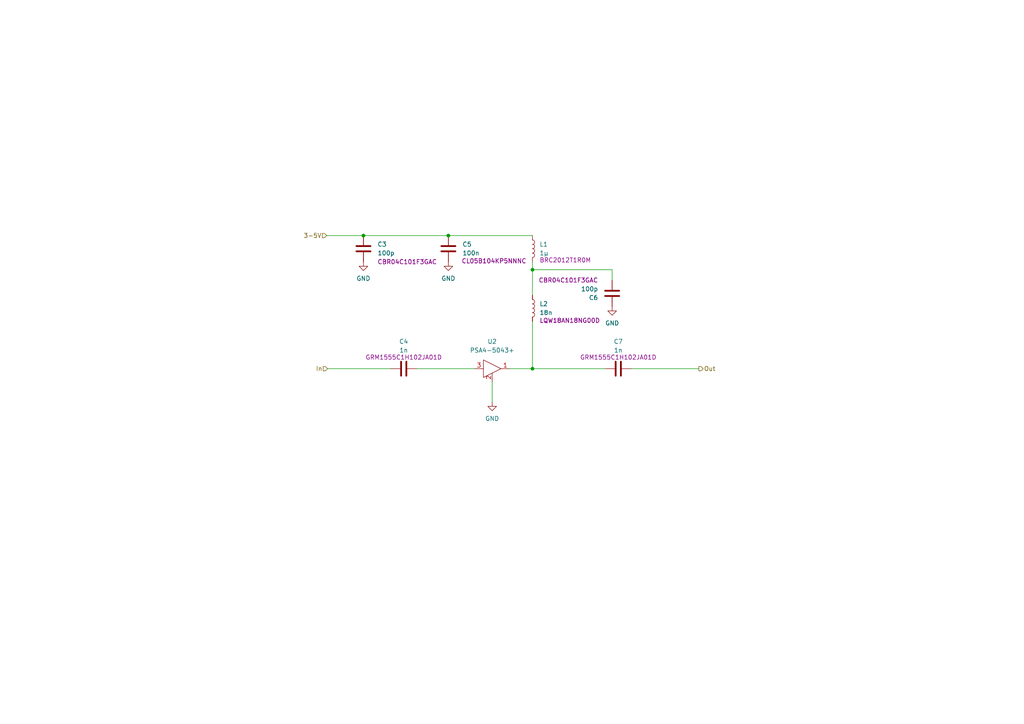
<source format=kicad_sch>
(kicad_sch (version 20211123) (generator eeschema)
  (paper "A4")
  (lib_symbols
    (symbol "Chubut2:PSA4-5043+" (pin_names hide)
      (property "Reference" "U" (at 0 0 0))
      (property "Value" "PSA4-5043+" (at 0 0 0))
      (symbol "PSA4-5043+_0_1"
        (polyline (pts (xy -2.54 -6.35) (xy -2.54 -1.27) (xy 2.54 -3.81) (xy -2.54 -6.35)))
      )
      (symbol "PSA4-5043+_1_1"
        (pin input line (at 5.08 -3.81 180) (length 2.54) (name "RF-OUT_and_DC-IN") (number "1"))
        (pin input line (at 0 -7.62 90) (length 2.54) (name "GND") (number "2"))
        (pin input line (at -5.08 -3.81 0) (length 2.54) (name "RF-IN") (number "3"))
        (pin input line (at 0 -7.62 90) (length 2.54) hide (name "GND") (number "4"))
      )
    )
    (symbol "Device:C" (pin_numbers hide) (pin_names (offset 0.254))
      (property "Reference" "C" (at 0.635 2.54 0))
      (property "Value" "C" (at 0.635 -2.54 0))
      (symbol "C_0_1"
        (polyline (pts (xy -2.032 -0.762) (xy 2.032 -0.762)) (stroke (width 0.508)))
        (polyline (pts (xy -2.032 0.762) (xy 2.032 0.762)) (stroke (width 0.508)))
      )
      (symbol "C_1_1"
        (pin passive line (at 0 3.81 270) (length 2.794) (name "~") (number "1"))
        (pin passive line (at 0 -3.81 90) (length 2.794) (name "~") (number "2"))
      )
    )
    (symbol "Device:L" (pin_numbers hide) (pin_names (offset 1.016) hide)
      (property "Reference" "L" (at -1.27 0 90))
      (property "Value" "L" (at 1.905 0 90))
      (symbol "L_0_1"
        (arc (start 0 -2.54) (mid 0.635 -1.905) (end 0 -1.27))
        (arc (start 0 -1.27) (mid 0.635 -0.635) (end 0 0))
        (arc (start 0 0) (mid 0.635 0.635) (end 0 1.27))
        (arc (start 0 1.27) (mid 0.635 1.905) (end 0 2.54))
      )
      (symbol "L_1_1"
        (pin passive line (at 0 3.81 270) (length 1.27) (name "1") (number "1"))
        (pin passive line (at 0 -3.81 90) (length 1.27) (name "2") (number "2"))
      )
    )
    (symbol "power:GND" (power) (pin_names (offset 0))
      (property "Value" "GND" (at 0 -3.81 0))
      (symbol "GND_0_1"
        (polyline (pts (xy 0 0) (xy 0 -1.27) (xy 1.27 -1.27) (xy 0 -2.54) (xy -1.27 -1.27) (xy 0 -1.27)))
      )
      (symbol "GND_1_1"
        (pin power_in line (at 0 0 270) (length 0) hide (name "GND") (number "1"))
      )
    )
  )
  (junction (at 105.41 68.326))
  (junction (at 154.432 106.934))
  (junction (at 154.432 78.232))
  (junction (at 130.048 68.326))
  (wire (pts (xy 147.828 106.934) (xy 154.432 106.934)))
  (wire (pts (xy 130.048 68.326) (xy 154.432 68.326)))
  (wire (pts (xy 154.432 106.934) (xy 175.514 106.934)))
  (wire (pts (xy 177.546 78.232) (xy 154.432 78.232)))
  (wire (pts (xy 183.134 106.934) (xy 202.692 106.934)))
  (wire (pts (xy 154.432 75.946) (xy 154.432 78.232)))
  (wire (pts (xy 94.742 68.326) (xy 105.41 68.326)))
  (wire (pts (xy 154.432 93.218) (xy 154.432 106.934)))
  (wire (pts (xy 177.546 81.28) (xy 177.546 78.232)))
  (wire (pts (xy 105.41 68.326) (xy 130.048 68.326)))
  (wire (pts (xy 142.748 110.744) (xy 142.748 116.586)))
  (wire (pts (xy 94.996 106.934) (xy 113.284 106.934)))
  (wire (pts (xy 120.904 106.934) (xy 137.668 106.934)))
  (wire (pts (xy 154.432 78.232) (xy 154.432 85.598)))
  (hierarchical_label "Out" (shape output) (at 202.692 106.934 0))
  (hierarchical_label "3-5V" (shape input) (at 94.742 68.326 180))
  (hierarchical_label "In" (shape input) (at 94.996 106.934 180))
  (symbol (lib_id "power:GND") (at 142.748 116.586 0) (unit 1)
    (property "Reference" "#PWR012" (effects hide))
    (property "Value" "GND" (at 142.748 121.412 0))
  )
  (symbol (lib_id "Device:C") (at 105.41 72.136 0) (unit 1)
    (property "Reference" "C3" (at 109.474 70.8659 0) (effects (justify left)))
    (property "Value" "100p" (at 109.474 73.4059 0) (effects (justify left)))
    (property "Footprint" "Capacitor_SMD:C_0402_1005Metric" (effects hide))
    (property "Datasheet" "https://connect.kemet.com:7667/gateway/IntelliData-ComponentDocumentation/1.0/download/datasheet/CBR04C101F3GAC" (effects hide))
    (property "Manufacturer number" "CBR04C101F3GAC" (at 109.474 75.946 0) (effects (justify left)))
    (property "Manufacturer" "KEMET" (effects hide))
  )
  (symbol (lib_id "Device:C") (at 179.324 106.934 90) (unit 1)
    (property "Reference" "C7" (at 179.324 99.06 90))
    (property "Value" "1n" (at 179.324 101.6 90))
    (property "Footprint" "Capacitor_SMD:C_0402_1005Metric" (effects hide))
    (property "Manufacturer part number" "GRM1555C1H102JA01D" (at 179.324 103.632 90))
    (property "Manufacturer" "Murata Electronics" (effects hide))
  )
  (symbol (lib_id "Device:C") (at 177.546 85.09 180) (unit 1)
    (property "Reference" "C6" (at 173.482 86.3601 0) (effects (justify left)))
    (property "Value" "100p" (at 173.482 83.8201 0) (effects (justify left)))
    (property "Footprint" "Capacitor_SMD:C_0402_1005Metric" (effects hide))
    (property "Datasheet" "https://connect.kemet.com:7667/gateway/IntelliData-ComponentDocumentation/1.0/download/datasheet/CBR04C101F3GAC" (effects hide))
    (property "Manufacturer number" "CBR04C101F3GAC" (at 173.482 81.28 0) (effects (justify left)))
    (property "Manufacturer" "KEMET" (effects hide))
  )
  (symbol (lib_id "Device:C") (at 130.048 72.136 0) (unit 1)
    (property "Reference" "C5" (at 134.112 70.8659 0) (effects (justify left)))
    (property "Value" "100n" (at 134.112 73.4059 0) (effects (justify left)))
    (property "Footprint" "Capacitor_SMD:C_0805_2012Metric" (effects hide))
    (property "Manufacturer number" "CL05B104KP5NNNC" (at 133.858 75.692 0) (effects (justify left)))
    (property "Manufacturer" "Samsung Electro-Mechanics" (effects hide))
  )
  (symbol (lib_id "power:GND") (at 177.546 88.9 0) (unit 1)
    (property "Reference" "#PWR013" (effects hide))
    (property "Value" "GND" (at 177.546 93.726 0))
  )
  (symbol (lib_id "Device:L") (at 154.432 89.408 0) (unit 1)
    (property "Reference" "L2" (at 156.464 88.1379 0) (effects (justify left)))
    (property "Value" "18n" (at 156.464 90.6779 0) (effects (justify left)))
    (property "Footprint" "Inductor_SMD:L_0402_1005Metric" (effects hide))
    (property "Datasheet" "https://search.murata.co.jp/Ceramy/image/img/P02/JELF243A-0024.pdf" (effects hide))
    (property "Manufacturer number" "LQW18AN18NG00D" (at 156.464 92.964 0) (effects (justify left)))
    (property "Manufacturer" "Murata Electronics" (effects hide))
  )
  (symbol (lib_id "power:GND") (at 105.41 75.946 0) (unit 1)
    (property "Reference" "#PWR010" (effects hide))
    (property "Value" "GND" (at 105.41 80.772 0))
  )
  (symbol (lib_id "Device:L") (at 154.432 72.136 0) (unit 1)
    (property "Reference" "L1" (at 156.464 70.8659 0) (effects (justify left)))
    (property "Value" "1µ" (at 156.464 73.4059 0) (effects (justify left)))
    (property "Footprint" "Inductor_SMD:L_0402_1005Metric" (effects hide))
    (property "Datasheet" "https://media.digikey.com/pdf/Data%20Sheets/Taiyo%20Yuden%20PDFs%20URL%20links/BRC2012T1R0M_SS.pdf" (effects hide))
    (property "Manufacturer number" "BRC2012T1R0M" (at 156.464 75.438 0) (effects (justify left)))
    (property "Manufacturer" "Taiyo Yuden" (effects hide))
  )
  (symbol (lib_id "power:GND") (at 130.048 75.946 0) (unit 1)
    (property "Reference" "#PWR011" (effects hide))
    (property "Value" "GND" (at 130.048 80.772 0))
  )
  (symbol (lib_id "Chubut2:PSA4-5043+") (at 142.748 103.124 0) (unit 1)
    (property "Reference" "U2" (at 142.748 99.06 0))
    (property "Value" "PSA4-5043+" (at 142.748 101.6 0))
    (property "Footprint" "chubut:MMM1362" (effects hide))
    (property "Datasheet" "https://www.minicircuits.com/WebStore/dashboard.html?model=PSA4-5043%2B" (effects hide))
    (property "Manufacturer" "Mini-Circuits" (effects hide))
    (property "Manufacturer number" "PSA4-5043+" (effects hide))
  )
  (symbol (lib_id "Device:C") (at 117.094 106.934 90) (unit 1)
    (property "Reference" "C4" (at 117.094 99.06 90))
    (property "Value" "1n" (at 117.094 101.6 90))
    (property "Footprint" "Capacitor_SMD:C_0402_1005Metric" (effects hide))
    (property "Manufacturer part number" "GRM1555C1H102JA01D" (at 117.094 103.632 90))
    (property "Manufacturer" "Murata Electronics" (effects hide))
  )
)
</source>
